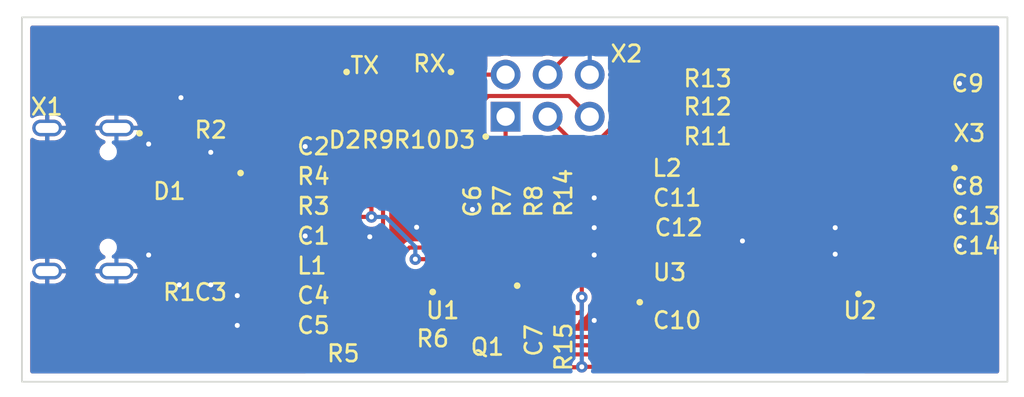
<source format=kicad_pcb>
(kicad_pcb (version 20241229) (generator "pcbnew") (generator_version "9.0")
  (title_block (title "Project name") (date "2025-05-26") (rev "1") (comment 1 "PCA number") (comment 2 "PCB number"))
  (layers (0 "F.Cu" signal) (2 "B.Cu" signal) (13 "F.Paste" user) (15 "B.Paste" user) (5 "F.SilkS" user "F.Silkscreen") (7 "B.SilkS" user "B.Silkscreen") (1 "F.Mask" user) (3 "B.Mask" user) (25 "Edge.Cuts" user))
  (net 0 "")
  (net 1 "GND")
  (net 2 "Net-(D1-CH3)")
  (net 3 "Net-(D1-CH1)")
  (net 4 "Net-(D1-VCC)")
  (net 5 "5V")
  (net 6 "3V3")
  (net 7 "Net-(C7-Pad2)")
  (net 8 "Net-(U1-~{DTR})")
  (net 9 "XTAL1")
  (net 10 "XTAL2")
  (net 11 "AVCC")
  (net 12 "AREF")
  (net 13 "Net-(D2-K)")
  (net 14 "Net-(U1-CBUS1)")
  (net 15 "Net-(D3-K)")
  (net 16 "Net-(U1-CBUS2)")
  (net 17 "RST")
  (net 18 "Net-(Q1-Pad1)")
  (net 19 "Net-(X1-CC2)")
  (net 20 "Net-(X1-CC1)")
  (net 21 "Net-(U1-D-)")
  (net 22 "Net-(U1-D+)")
  (net 23 "D0{slash}RX")
  (net 24 "Net-(U1-TXD)")
  (net 25 "Net-(U1-RXD)")
  (net 26 "D1{slash}TX")
  (net 27 "D12{slash}MISO")
  (net 28 "Net-(R11-Pad2)")
  (net 29 "Net-(R12-Pad2)")
  (net 30 "D13{slash}SCK")
  (net 31 "D11{slash}MOSI")
  (net 32 "Net-(R13-Pad2)")
  (net 33 "Net-(R14-Pad2)")
  (net 41 "A2{slash}D16")
  (net 42 "A0{slash}D14")
  (net 43 "A5{slash}SCL{slash}D19")
  (net 45 "A4{slash}SDA{slash}D18")
  (net 46 "D6")
  (net 47 "D2")
  (net 48 "A1{slash}D15")
  (net 49 "D4")
  (net 50 "D7")
  (net 51 "D9")
  (net 52 "D8")
  (net 53 "D5")
  (net 54 "D3")
  (net 55 "D10")
  (net 56 "A3{slash}D17")
  (footprint "lily_footprints:ind_0805" (layer "F.Cu") (at 125.1 104)
    (property "Reference" "L1")
    (property "Value" "600R/0R25" (hide yes))
  )
  (footprint "lily_footprints:cap_0805" (layer "F.Cu") (at 125.1 96.8)
    (property "Reference" "C2")
    (property "Value" "47p" (hide yes))
  )
  (footprint "lily_footprints:cap_0805" (layer "F.Cu") (at 146.5 99.9 180)
    (property "Reference" "C11")
    (property "Value" "1u0" (hide yes))
  )
  (footprint "lily_footprints:res_0805" (layer "F.Cu") (at 131.7 94.1 -90)
    (property "Reference" "R9")
    (property "Value" "470R" (hide yes))
  )
  (footprint "lily_footprints:crystal_3225" (layer "F.Cu") (at 164.6 96 90)
    (property "Reference" "X3")
    (property "Value" "16MHz" (hide yes))
  )
  (footprint "lily_footprints:res_0805" (layer "F.Cu") (at 140.9 102.6 -90)
    (property "Reference" "R8")
    (property "Value" "4k7" (hide yes))
  )
  (footprint "lily_footprints:cap_0805" (layer "F.Cu") (at 164.6 93)
    (property "Reference" "C9")
    (property "Value" "22p" (hide yes))
  )
  (footprint "lily_footprints:cap_0805" (layer "F.Cu") (at 164.6 101)
    (property "Reference" "C13")
    (property "Value" "100n" (hide yes))
  )
  (footprint "lily_footprints:cap_0805" (layer "F.Cu") (at 164.6 99.2)
    (property "Reference" "C8")
    (property "Value" "22p" (hide yes))
  )
  (footprint "lily_footprints:cap_0805" (layer "F.Cu") (at 146.5 107.3 180)
    (property "Reference" "C10")
    (property "Value" "100n" (hide yes))
  )
  (footprint "lily_footprints:led_0805" (layer "F.Cu") (at 129.6 94.1 -90)
    (property "Reference" "D2")
    (property "Value" "KT-0805G" (hide yes))
  )
  (footprint "lily_footprints:res_0805" (layer "F.Cu") (at 119.6 95.8 90)
    (property "Reference" "R2")
    (property "Value" "5k1" (hide yes))
  )
  (footprint "lily_footprints:cap_0805" (layer "F.Cu") (at 125.1 107.6 180)
    (property "Reference" "C5")
    (property "Value" "4u7" (hide yes))
  )
  (footprint "lily_footprints:res_0805" (layer "F.Cu") (at 139 102.6 -90)
    (property "Reference" "R7")
    (property "Value" "1k0" (hide yes))
  )
  (footprint "lily_footprints:sot23-6_sc74" (layer "F.Cu") (at 121.4 99.5 180)
    (property "Reference" "D1")
    (property "Value" "SRV05-4" (hide yes))
  )
  (footprint "lily_footprints:res_0805" (layer "F.Cu") (at 125.1 98.6 180)
    (property "Reference" "R4")
    (property "Value" "27R" (hide yes))
  )
  (footprint "lily_footprints:con_usb_c_receptacle_16p" (layer "F.Cu") (at 112.6 100 -90)
    (property "Reference" "X1")
    (property "Value" "USB C" (hide yes))
  )
  (footprint "lily_footprints:cap_0805" (layer "F.Cu") (at 146.5 101.7 180)
    (property "Reference" "C12")
    (property "Value" "1u0" (hide yes))
  )
  (footprint "lily_footprints:res_0805" (layer "F.Cu") (at 133.8 94.1 -90)
    (property "Reference" "R10")
    (property "Value" "470R" (hide yes))
  )
  (footprint "lily_footprints:res_0805" (layer "F.Cu") (at 125.1 100.4 180)
    (property "Reference" "R3")
    (property "Value" "27R" (hide yes))
  )
  (footprint "lily_footprints:cap_0805" (layer "F.Cu") (at 137.2 102.6 90)
    (property "Reference" "C6")
    (property "Value" "100n" (hide yes))
  )
  (footprint "lily_footprints:ind_0805" (layer "F.Cu") (at 146.5 98.1)
    (property "Reference" "L2")
    (property "Value" "600R/0R25" (hide yes))
  )
  (footprint "lily_footprints:res_0805" (layer "F.Cu") (at 131.2 108.4 90)
    (property "Reference" "R5")
    (property "Value" "1k0" (hide yes))
  )
  (footprint "lily_footprints:tqfp32_pitch0.8_7x7mm" (layer "F.Cu") (at 156.3 102.1 90)
    (property "Reference" "U2")
    (property "Value" "ATMEGA328P" (hide yes))
  )
  (footprint "lily_footprints:cap_0805" (layer "F.Cu") (at 164.6 102.8)
    (property "Reference" "C14")
    (property "Value" "100n" (hide yes))
  )
  (footprint "lily_footprints:res_0805" (layer "F.Cu") (at 133 108.4 90)
    (property "Reference" "R6")
    (property "Value" "1k0" (hide yes))
  )
  (footprint "lily_footprints:cap_0805" (layer "F.Cu") (at 121.4 103.2 -90)
    (property "Reference" "C3")
    (property "Value" "10n" (hide yes))
  )
  (footprint "lily_footprints:res_0805" (layer "F.Cu") (at 142.7 102.6 90)
    (property "Reference" "R14")
    (property "Value" "220R" (hide yes))
  )
  (footprint "lily_footprints:ssop20_pitch25_341x154mil" (layer "F.Cu") (at 132.4 102 90)
    (property "Reference" "U1")
    (property "Value" "FT231" (hide yes))
  )
  (footprint "lily_footprints:cap_0805" (layer "F.Cu") (at 125.1 102.2)
    (property "Reference" "C1")
    (property "Value" "47p" (hide yes))
  )
  (footprint "lily_footprints:res_0805" (layer "F.Cu") (at 148.4 92.7 180)
    (property "Reference" "R13")
    (property "Value" "220R" (hide yes))
  )
  (footprint "lily_footprints:cap_0805" (layer "F.Cu") (at 140.9 105.9 90)
    (property "Reference" "C7")
    (property "Value" "100n" (hide yes))
  )
  (footprint "lily_footprints:res_0805" (layer "F.Cu") (at 148.4 94.5 180)
    (property "Reference" "R12")
    (property "Value" "220R" (hide yes))
  )
  (footprint "lily_footprints:sot23" (layer "F.Cu") (at 138.1 106.3 -90)
    (property "Reference" "Q1")
    (property "Value" "MMBT2222A" (hide yes))
  )
  (footprint "lily_footprints:res_0805" (layer "F.Cu") (at 148.4 96.3 180)
    (property "Reference" "R11")
    (property "Value" "220R" (hide yes))
  )
  (footprint "lily_footprints:cap_0805" (layer "F.Cu") (at 125.1 105.8 180)
    (property "Reference" "C4")
    (property "Value" "100n" (hide yes))
  )
  (footprint "lily_footprints:res_0805" (layer "F.Cu") (at 142.7 105.9 90)
    (property "Reference" "R15")
    (property "Value" "4k7" (hide yes))
  )
  (footprint "lily_footprints:con_header_2x03_2.54mm_th" (layer "F.Cu") (at 139.2 95)
    (property "Reference" "X2")
    (property "Value" "Programming" (hide yes))
  )
  (footprint "lily_footprints:led_0805" (layer "F.Cu") (at 135.9 94.1 -90)
    (property "Reference" "D3")
    (property "Value" "KT-0805G" (hide yes))
  )
  (footprint "lily_footprints:sot23" (layer "F.Cu") (at 146.2 104.4 180)
    (property "Reference" "U3")
    (property "Value" "RS3112-4.096X" (hide yes))
  )
  (footprint "lily_footprints:res_0805" (layer "F.Cu") (at 119.5 103.2 -90)
    (property "Reference" "R1")
    (property "Value" "5k1" (hide yes))
  )
  (gr_rect (start 110 89) (end 169.5 111) (stroke (width 0.1)) (fill no) (layer "Edge.Cuts"))
  (gr_text "TX" (at 130.7 91.9 0) (layer "F.SilkS") (effects (font (size 1 1) (thickness 0.16))))
  (gr_text "RX" (at 134.6 91.8 0) (layer "F.SilkS") (effects (font (size 1 1) (thickness 0.16))))
  (segment (start 145.55 99.9) (end 144.55 99.9) (width 0.25) (layer "F.Cu") (net 1))
  (segment (start 125.95 102.2) (end 127.1 102.2) (width 0.25) (layer "F.Cu") (net 1))
  (segment (start 137.2 101.65) (end 137.2 100.6) (width 0.25) (layer "F.Cu") (net 1))
  (segment (start 121.4 98.25) (end 121.4 97.15) (width 0.25) (layer "F.Cu") (net 1))
  (segment (start 116.4 103.35) (end 117.65 103.35) (width 0.25) (layer "F.Cu") (net 1))
  (segment (start 116.4 96.95) (end 116.4 96.65) (width 0.25) (layer "F.Cu") (net 1))
  (segment (start 133.837096 101.6825) (end 133.827298 101.672702) (width 0.25) (layer "F.Cu") (net 1))
  (segment (start 145.55 101.7) (end 144.55 101.7) (width 0.25) (layer "F.Cu") (net 1))
  (segment (start 159.1 103.3) (end 160.5 103.3) (width 0.25) (layer "F.Cu") (net 1))
  (segment (start 127.1 96.8) (end 125.95 96.8) (width 0.25) (layer "F.Cu") (net 1))
  (segment (start 129.7243 102.25) (end 131 102.25) (width 0.25) (layer "F.Cu") (net 1))
  (segment (start 160.5 101.7) (end 159.1 101.7) (width 0.25) (layer "F.Cu") (net 1))
  (segment (start 166.6 102.8) (end 165.55 102.8) (width 0.25) (layer "F.Cu") (net 1))
  (segment (start 121.4 105.15) (end 121.4 104.15) (width 0.25) (layer "F.Cu") (net 1))
  (segment (start 123 105.8) (end 124.15 105.8) (width 0.25) (layer "F.Cu") (net 1))
  (segment (start 144.95 103.75) (end 144.55 103.35) (width 0.25) (layer "F.Cu") (net 1))
  (segment (start 119.5 104.15) (end 119.5 105.15) (width 0.25) (layer "F.Cu") (net 1))
  (segment (start 165.55 93) (end 166.6 93) (width 0.25) (layer "F.Cu") (net 1))
  (segment (start 165.55 99.2) (end 166.6 99.2) (width 0.25) (layer "F.Cu") (net 1))
  (segment (start 119.6 94.85) (end 119.6 93.85) (width 0.25) (layer "F.Cu") (net 1))
  (segment (start 145.55 107.3) (end 144.55 107.3) (width 0.25) (layer "F.Cu") (net 1))
  (segment (start 124.15 107.6) (end 123 107.6) (width 0.25) (layer "F.Cu") (net 1))
  (segment (start 165.55 101) (end 166.6 101) (width 0.25) (layer "F.Cu") (net 1))
  (segment (start 116.4 96.65) (end 117.65 96.65) (width 0.25) (layer "F.Cu") (net 1))
  (segment (start 116.4 103.05) (end 116.4 103.35) (width 0.25) (layer "F.Cu") (net 1))
  (segment (start 152.1 102.5) (end 153.5 102.5) (width 0.25) (layer "F.Cu") (net 1))
  (segment (start 135.1432 101.6825) (end 133.837096 101.6825) (width 0.25) (layer "F.Cu") (net 1))
  (segment (start 144.95 104.4) (end 144.95 103.75) (width 0.25) (layer "F.Cu") (net 1))
  (via (at 159.1 101.7) (size 0.7) (drill 0.3) (layers "F.Cu" "B.Cu") (net 1))
  (via (at 121.4 97.15) (size 0.7) (drill 0.3) (layers "F.Cu" "B.Cu") (net 1))
  (via (at 133.827298 101.672702) (size 0.7) (drill 0.3) (layers "F.Cu" "B.Cu") (net 1))
  (via (at 144.55 103.35) (size 0.7) (drill 0.3) (layers "F.Cu" "B.Cu") (net 1))
  (via (at 153.5 102.5) (size 0.7) (drill 0.3) (layers "F.Cu" "B.Cu") (net 1))
  (via (at 127.1 96.8) (size 0.7) (drill 0.3) (layers "F.Cu" "B.Cu") (net 1))
  (via (at 119.6 93.85) (size 0.7) (drill 0.3) (layers "F.Cu" "B.Cu") (net 1))
  (via (at 144.55 101.7) (size 0.7) (drill 0.3) (layers "F.Cu" "B.Cu") (net 1))
  (via (at 159.1 103.3) (size 0.7) (drill 0.3) (layers "F.Cu" "B.Cu") (net 1))
  (via (at 166.6 93) (size 0.7) (drill 0.3) (layers "F.Cu" "B.Cu") (net 1))
  (via (at 123 105.8) (size 0.7) (drill 0.3) (layers "F.Cu" "B.Cu") (net 1))
  (via (at 144.55 107.3) (size 0.7) (drill 0.3) (layers "F.Cu" "B.Cu") (net 1))
  (via (at 121.4 105.15) (size 0.7) (drill 0.3) (layers "F.Cu" "B.Cu") (net 1))
  (via (at 144.55 99.9) (size 0.7) (drill 0.3) (layers "F.Cu" "B.Cu") (net 1))
  (via (at 131 102.25) (size 0.7) (drill 0.3) (layers "F.Cu" "B.Cu") (net 1))
  (via (at 119.5 105.15) (size 0.7) (drill 0.3) (layers "F.Cu" "B.Cu") (net 1))
  (via (at 117.65 103.35) (size 0.7) (drill 0.3) (layers "F.Cu" "B.Cu") (net 1))
  (via (at 137.2 100.6) (size 0.7) (drill 0.3) (layers "F.Cu" "B.Cu") (net 1))
  (via (at 123 107.6) (size 0.7) (drill 0.3) (layers "F.Cu" "B.Cu") (net 1))
  (via (at 166.6 99.2) (size 0.7) (drill 0.3) (layers "F.Cu" "B.Cu") (net 1))
  (via (at 166.6 102.8) (size 0.7) (drill 0.3) (layers "F.Cu" "B.Cu") (net 1))
  (via (at 117.65 96.65) (size 0.7) (drill 0.3) (layers "F.Cu" "B.Cu") (net 1))
  (via (at 127.1 102.2) (size 0.7) (drill 0.3) (layers "F.Cu" "B.Cu") (net 1))
  (via (at 166.6 101) (size 0.7) (drill 0.3) (layers "F.Cu" "B.Cu") (net 1))
  (segment (start 127.1 96.8) (end 122.25 96.8) (width 0.25) (layer "B.Cu") (net 1))
  (segment (start 153.5 102.5) (end 144.55 102.5) (width 0.25) (layer "B.Cu") (net 1))
  (segment (start 117.63 104.32) (end 115.705 104.32) (width 0.25) (layer "B.Cu") (net 1))
  (segment (start 133.827298 101.672702) (end 132.354596 100.2) (width 0.25) (layer "B.Cu") (net 1))
  (segment (start 127.1 102.2) (end 127.1 100.2) (width 0.25) (layer "B.Cu") (net 1))
  (segment (start 137.2 90.95) (end 144.25 90.95) (width 0.25) (layer "B.Cu") (net 1))
  (segment (start 166.6 99.2) (end 166.6 101) (width 0.25) (layer "B.Cu") (net 1))
  (segment (start 159.1 102.5) (end 159.1 103.3) (width 0.25) (layer "B.Cu") (net 1))
  (segment (start 159.1 103.3) (end 166.1 103.3) (width 0.25) (layer "B.Cu") (net 1))
  (segment (start 122.25 96.8) (end 122.25 97.15) (width 0.25) (layer "B.Cu") (net 1))
  (segment (start 122.25 97.15) (end 121.4 97.15) (width 0.25) (layer "B.Cu") (net 1))
  (segment (start 117.65 103.35) (end 117.65 104.3) (width 0.25) (layer "B.Cu") (net 1))
  (segment (start 137.2 100.6) (end 137.2 99.9) (width 0.25) (layer "B.Cu") (net 1))
  (segment (start 111.525 95.68) (end 115.705 95.68) (width 0.25) (layer "B.Cu") (net 1))
  (segment (start 131 102.25) (end 127.15 102.25) (width 0.25) (layer "B.Cu") (net 1))
  (segment (start 121.4 97.15) (end 121.4 96.15) (width 0.25) (layer "B.Cu") (net 1))
  (segment (start 117.65 104.3) (end 117.63 104.32) (width 0.25) (layer "B.Cu") (net 1))
  (segment (start 159.1 101.7) (end 159.1 102.4) (width 0.25) (layer "B.Cu") (net 1))
  (segment (start 144.55 103.35) (end 144.55 102.5) (width 0.25) (layer "B.Cu") (net 1))
  (segment (start 117.65 95.7) (end 119.6 95.7) (width 0.25) (layer "B.Cu") (net 1))
  (segment (start 122.05 105.8) (end 123 105.8) (width 0.25) (layer "B.Cu") (net 1))
  (segment (start 117.63 104.93) (end 117.63 104.32) (width 0.25) (layer "B.Cu") (net 1))
  (segment (start 166.6 93) (end 166.6 99.2) (width 0.25) (layer "B.Cu") (net 1))
  (segment (start 117.65 96.65) (end 117.65 95.7) (width 0.25) (layer "B.Cu") (net 1))
  (segment (start 144.55 99.9) (end 144.55 101.7) (width 0.25) (layer "B.Cu") (net 1))
  (segment (start 137.2 99.9) (end 137.2 90.95) (width 0.25) (layer "B.Cu") (net 1))
  (segment (start 119.6 95.7) (end 119.6 96.15) (width 0.25) (layer "B.Cu") (net 1))
  (segment (start 117.63 95.68) (end 115.705 95.68) (width 0.25) (layer "B.Cu") (net 1))
  (segment (start 132.354596 100.2) (end 127.1 100.2) (width 0.25) (layer "B.Cu") (net 1))
  (segment (start 111.525 104.32) (end 111.525 95.68) (width 0.25) (layer "B.Cu") (net 1))
  (segment (start 166.6 101) (end 166.6 102.8) (width 0.25) (layer "B.Cu") (net 1))
  (segment (start 144.28 90.98) (end 144.28 92.46) (width 0.25) (layer "B.Cu") (net 1))
  (segment (start 144.55 99.9) (end 137.2 99.9) (width 0.25) (layer "B.Cu") (net 1))
  (segment (start 121.4 105.15) (end 122.05 105.8) (width 0.25) (layer "B.Cu") (net 1))
  (segment (start 127.15 102.25) (end 127.1 102.2) (width 0.25) (layer "B.Cu") (net 1))
  (segment (start 123 107.6) (end 123 105.8) (width 0.25) (layer "B.Cu") (net 1))
  (segment (start 166.1 103.3) (end 166.6 102.8) (width 0.25) (layer "B.Cu") (net 1))
  (segment (start 144.55 107.3) (end 144.55 103.35) (width 0.25) (layer "B.Cu") (net 1))
  (segment (start 121.4 96.15) (end 119.6 96.15) (width 0.25) (layer "B.Cu") (net 1))
  (segment (start 111.525 104.32) (end 115.705 104.32) (width 0.25) (layer "B.Cu") (net 1))
  (segment (start 159.1 102.4) (end 159.1 102.5) (width 0.25) (layer "B.Cu") (net 1))
  (segment (start 119.5 105.15) (end 121.4 105.15) (width 0.25) (layer "B.Cu") (net 1))
  (segment (start 117.85 105.15) (end 117.63 104.93) (width 0.25) (layer "B.Cu") (net 1))
  (segment (start 119.6 93.85) (end 119.6 95.7) (width 0.25) (layer "B.Cu") (net 1))
  (segment (start 119.5 105.15) (end 117.85 105.15) (width 0.25) (layer "B.Cu") (net 1))
  (segment (start 137.2 100.6) (end 134.9 100.6) (width 0.25) (layer "B.Cu") (net 1))
  (segment (start 144.25 90.95) (end 144.28 90.98) (width 0.25) (layer "B.Cu") (net 1))
  (segment (start 153.5 102.5) (end 159.1 102.5) (width 0.25) (layer "B.Cu") (net 1))
  (segment (start 117.65 95.7) (end 117.63 95.68) (width 0.25) (layer "B.Cu") (net 1))
  (segment (start 127.1 100.2) (end 127.1 96.8) (width 0.25) (layer "B.Cu") (net 1))
  (segment (start 144.55 102.5) (end 144.55 101.7) (width 0.25) (layer "B.Cu") (net 1))
  (segment (start 134.9 100.6) (end 133.827298 101.672702) (width 0.25) (layer "B.Cu") (net 1))
  (segment (start 120.45 100.75) (end 120.45 99.75) (width 0.25) (layer "F.Cu") (net 2))
  (segment (start 122.35 100.75) (end 122.35 100) (width 0.25) (layer "F.Cu") (net 2))
  (segment (start 124.15 100.4) (end 124.15 102.2) (width 0.25) (layer "F.Cu") (net 2))
  (segment (start 122.1 99.75) (end 120.45 99.75) (width 0.25) (layer "F.Cu") (net 2))
  (segment (start 116.4 100.75) (end 117.347 100.75) (width 0.25) (layer "F.Cu") (net 2))
  (segment (start 122.35 100) (end 122.1 99.75) (width 0.25) (layer "F.Cu") (net 2))
  (segment (start 120.45 99.75) (end 117.5 99.75) (width 0.25) (layer "F.Cu") (net 2))
  (segment (start 117.347 100.75) (end 117.5 100.597) (width 0.25) (layer "F.Cu") (net 2))
  (segment (start 122.35 100.75) (end 123.8 100.75) (width 0.25) (layer "F.Cu") (net 2))
  (segment (start 117.5 100.597) (end 117.5 99.75) (width 0.25) (layer "F.Cu") (net 2))
  (segment (start 117.5 99.75) (end 116.4 99.75) (width 0.25) (layer "F.Cu") (net 2))
  (segment (start 123.8 100.75) (end 124.15 100.4) (width 0.25) (layer "F.Cu") (net 2))
  (segment (start 123.8 98.25) (end 124.15 98.6) (width 0.25) (layer "F.Cu") (net 3))
  (segment (start 124.15 98.6) (end 124.15 96.8) (width 0.25) (layer "F.Cu") (net 3))
  (segment (start 122.1 99.25) (end 122.35 99) (width 0.25) (layer "F.Cu") (net 3))
  (segment (start 120.45 99.25) (end 116.4 99.25) (width 0.25) (layer "F.Cu") (net 3))
  (segment (start 122.35 98.25) (end 123.8 98.25) (width 0.25) (layer "F.Cu") (net 3))
  (segment (start 115.453 100.25) (end 115.3 100.097) (width 0.25) (layer "F.Cu") (net 3))
  (segment (start 115.3 99.4) (end 115.45 99.25) (width 0.25) (layer "F.Cu") (net 3))
  (segment (start 115.45 99.25) (end 116.4 99.25) (width 0.25) (layer "F.Cu") (net 3))
  (segment (start 115.3 100.097) (end 115.3 99.4) (width 0.25) (layer "F.Cu") (net 3))
  (segment (start 116.4 100.25) (end 115.453 100.25) (width 0.25) (layer "F.Cu") (net 3))
  (segment (start 120.45 99.25) (end 122.1 99.25) (width 0.25) (layer "F.Cu") (net 3))
  (segment (start 120.45 98.25) (end 120.45 99.25) (width 0.25) (layer "F.Cu") (net 3))
  (segment (start 122.35 98.25) (end 122.35 99) (width 0.25) (layer "F.Cu") (net 3))
  (segment (start 116.4 102.55) (end 118.048 102.55) (width 0.25) (layer "F.Cu") (net 4))
  (segment (start 114.7 101.35) (end 114.7 98.503) (width 0.25) (layer "F.Cu") (net 4))
  (segment (start 119 103.2) (end 121.4 103.2) (width 0.25) (layer "F.Cu") (net 4))
  (segment (start 116.4 102.25) (end 115.6 102.25) (width 0.25) (layer "F.Cu") (net 4))
  (segment (start 115.453 97.75) (end 116.4 97.75) (width 0.25) (layer "F.Cu") (net 4))
  (segment (start 121.4 103.2) (end 122.35 103.2) (width 0.25) (layer "F.Cu") (net 4))
  (segment (start 121.4 100.75) (end 121.4 102.25) (width 0.25) (layer "F.Cu") (net 4))
  (segment (start 115.6 102.25) (end 114.7 101.35) (width 0.25) (layer "F.Cu") (net 4))
  (segment (start 118.048 102.55) (end 118.698 103.2) (width 0.25) (layer "F.Cu") (net 4))
  (segment (start 123.15 104) (end 124.15 104) (width 0.25) (layer "F.Cu") (net 4))
  (segment (start 121.4 102.25) (end 121.4 103.2) (width 0.25) (layer "F.Cu") (net 4))
  (segment (start 114.7 98.503) (end 115.453 97.75) (width 0.25) (layer "F.Cu") (net 4))
  (segment (start 118.698 103.2) (end 119 103.2) (width 0.25) (layer "F.Cu") (net 4))
  (segment (start 118.8 103.2) (end 119 103.2) (width 0.25) (layer "F.Cu") (net 4))
  (segment (start 116.4 102.25) (end 116.4 102.55) (width 0.25) (layer "F.Cu") (net 4))
  (segment (start 122.35 103.2) (end 123.15 104) (width 0.25) (layer "F.Cu") (net 4))
  (segment (start 126.05 108.65) (end 126.05 107.6) (width 0.25) (layer "F.Cu") (net 5))
  (segment (start 144.7 98.1) (end 145.55 98.1) (width 0.25) (layer "F.Cu") (net 5))
  (segment (start 129.6568 101.6825) (end 128.3175 101.6825) (width 0.25) (layer "F.Cu") (net 5))
  (segment (start 160.5 102.5) (end 163.35 102.5) (width 0.25) (layer "F.Cu") (net 5))
  (segment (start 163.65 102.8) (end 163.65 106.95) (width 0.25) (layer "F.Cu") (net 5))
  (segment (start 128.3175 101.6825) (end 127.9 102.1) (width 0.25) (layer "F.Cu") (net 5))
  (segment (start 160.5 100.9) (end 163.55 100.9) (width 0.25) (layer "F.Cu") (net 5))
  (segment (start 137.2 96.5) (end 137.2 93.2) (width 0.25) (layer "F.Cu") (net 5))
  (segment (start 143.65 106.85) (end 143.8 106.7) (width 0.25) (layer "F.Cu") (net 5))
  (segment (start 140.9 102.4) (end 141.1 102.6) (width 0.25) (layer "F.Cu") (net 5))
  (segment (start 137.2 93.2) (end 137.94 92.46) (width 0.25) (layer "F.Cu") (net 5))
  (segment (start 143.774 110.126) (end 127.526 110.126) (width 0.25) (layer "F.Cu") (net 5))
  (segment (start 126.05 105.8) (end 126.05 107.8) (width 0.25) (layer "F.Cu") (net 5))
  (segment (start 140.9 101.65) (end 140.9 102.4) (width 0.25) (layer "F.Cu") (net 5))
  (segment (start 143.8 110.1) (end 143.774 110.126) (width 0.25) (layer "F.Cu") (net 5))
  (segment (start 126.05 104) (end 127.5 104) (width 0.25) (layer "F.Cu") (net 5))
  (segment (start 160.5 110.1) (end 143.8 110.1) (width 0.25) (layer "F.Cu") (net 5))
  (segment (start 142.7 106.85) (end 143.65 106.85) (width 0.25) (layer "F.Cu") (net 5))
  (segment (start 127.526 110.126) (end 126.05 108.65) (width 0.25) (layer "F.Cu") (net 5))
  (segment (start 126.05 105.8) (end 126.05 104) (width 0.25) (layer "F.Cu") (net 5))
  (segment (start 163.55 100.9) (end 163.65 101) (width 0.25) (layer "F.Cu") (net 5))
  (segment (start 143.8 102.6) (end 141.1 102.6) (width 0.25) (layer "F.Cu") (net 5))
  (segment (start 163.65 106.95) (end 162.2 108.4) (width 0.25) (layer "F.Cu") (net 5))
  (segment (start 140.9 101.65) (end 140.9 98.5) (width 0.25) (layer "F.Cu") (net 5))
  (segment (start 127.5 104) (end 127.9 103.6) (width 0.25) (layer "F.Cu") (net 5))
  (segment (start 127.9 103.6) (end 127.9 102.1) (width 0.25) (layer "F.Cu") (net 5))
  (segment (start 143.8 105.9) (end 143.8 102.6) (width 0.25) (layer "F.Cu") (net 5))
  (segment (start 163.65 101) (end 163.65 102.8) (width 0.25) (layer "F.Cu") (net 5))
  (segment (start 143.8 106.7) (end 143.8 105.9) (width 0.25) (layer "F.Cu") (net 5))
  (segment (start 140.9 98.5) (end 140.3 97.9) (width 0.25) (layer "F.Cu") (net 5))
  (segment (start 137.94 92.46) (end 139.2 92.46) (width 0.25) (layer "F.Cu") (net 5))
  (segment (start 143.8 99) (end 144.7 98.1) (width 0.25) (layer "F.Cu") (net 5))
  (segment (start 162.2 108.4) (end 160.5 110.1) (width 0.25) (layer "F.Cu") (net 5))
  (segment (start 163.35 102.5) (end 163.65 102.8) (width 0.25) (layer "F.Cu") (net 5))
  (segment (start 140.3 97.9) (end 138.6 97.9) (width 0.25) (layer "F.Cu") (net 5))
  (segment (start 138.6 97.9) (end 137.2 96.5) (width 0.25) (layer "F.Cu") (net 5))
  (segment (start 143.8 102.6) (end 143.8 99) (width 0.25) (layer "F.Cu") (net 5))
  (via (at 143.8 110.1) (size 0.7) (drill 0.3) (layers "F.Cu" "B.Cu") (net 5))
  (via (at 143.8 105.9) (size 0.7) (drill 0.3) (layers "F.Cu" "B.Cu") (net 5))
  (segment (start 143.8 110.1) (end 143.8 105.9) (width 0.25) (layer "B.Cu") (net 5))
  (segment (start 129.6 97.2) (end 131.1 98.7) (width 0.25) (layer "F.Cu") (net 6))
  (segment (start 137.2 103.55) (end 137.2 102.85) (width 0.25) (layer "F.Cu") (net 6))
  (segment (start 129.6 94.3) (end 129.8 94.1) (width 0.25) (layer "F.Cu") (net 6))
  (segment (start 139 102.35) (end 139 101.65) (width 0.25) (layer "F.Cu") (net 6))
  (segment (start 129.6693 100.4) (end 131.1 100.4) (width 0.25) (layer "F.Cu") (net 6))
  (segment (start 133.75 103.6) (end 135.1307 103.6) (width 0.25) (layer "F.Cu") (net 6))
  (segment (start 135.1432 103.5875) (end 137.1625 103.5875) (width 0.25) (layer "F.Cu") (net 6))
  (segment (start 135.9 94.3) (end 135.7 94.1) (width 0.25) (layer "F.Cu") (net 6))
  (segment (start 131.0975 101.0475) (end 131.1 101.05) (width 0.25) (layer "F.Cu") (net 6))
  (segment (start 131.1 100.4) (end 131.1 101.05) (width 0.25) (layer "F.Cu") (net 6))
  (segment (start 131.1 98.7) (end 131.1 100.4) (width 0.25) (layer "F.Cu") (net 6))
  (segment (start 137.2 102.85) (end 137.45 102.6) (width 0.25) (layer "F.Cu") (net 6))
  (segment (start 129.6 95.05) (end 129.6 97.2) (width 0.25) (layer "F.Cu") (net 6))
  (segment (start 138.75 102.6) (end 139 102.35) (width 0.25) (layer "F.Cu") (net 6))
  (segment (start 129.6 95.05) (end 129.6 94.3) (width 0.25) (layer "F.Cu") (net 6))
  (segment (start 135.9 95.05) (end 135.9 94.3) (width 0.25) (layer "F.Cu") (net 6))
  (segment (start 129.6568 101.0475) (end 131.0975 101.0475) (width 0.25) (layer "F.Cu") (net 6))
  (segment (start 129.8 94.1) (end 135.7 94.1) (width 0.25) (layer "F.Cu") (net 6))
  (segment (start 137.45 102.6) (end 138.75 102.6) (width 0.25) (layer "F.Cu") (net 6))
  (via (at 133.75 103.6) (size 0.7) (drill 0.3) (layers "F.Cu" "B.Cu") (net 6))
  (via (at 131.1 101.05) (size 0.7) (drill 0.3) (layers "F.Cu" "B.Cu") (net 6))
  (segment (start 133.75 102.85) (end 133.75 103.6) (width 0.25) (layer "B.Cu") (net 6))
  (segment (start 131.1 101.05) (end 131.95 101.05) (width 0.25) (layer "B.Cu") (net 6))
  (segment (start 131.95 101.05) (end 133.75 102.85) (width 0.25) (layer "B.Cu") (net 6))
  (segment (start 139.9 105.9) (end 140.4 105.9) (width 0.25) (layer "F.Cu") (net 7))
  (segment (start 138.5 106.3) (end 139.5 106.3) (width 0.25) (layer "F.Cu") (net 7))
  (segment (start 138.1 107.55) (end 138.1 106.7) (width 0.25) (layer "F.Cu") (net 7))
  (segment (start 140.9 104.95) (end 140.9 103.55) (width 0.25) (layer "F.Cu") (net 7))
  (segment (start 140.6 105.7) (end 140.6 105.25) (width 0.25) (layer "F.Cu") (net 7))
  (segment (start 140.6 105.25) (end 140.9 104.95) (width 0.25) (layer "F.Cu") (net 7))
  (segment (start 138.1 106.7) (end 138.5 106.3) (width 0.25) (layer "F.Cu") (net 7))
  (segment (start 140.4 105.9) (end 140.6 105.7) (width 0.25) (layer "F.Cu") (net 7))
  (segment (start 140.9 104.95) (end 140.65 104.95) (width 0.25) (layer "F.Cu") (net 7))
  (segment (start 139.5 106.3) (end 139.9 105.9) (width 0.25) (layer "F.Cu") (net 7))
  (segment (start 135.1432 104.8575) (end 136.9575 104.8575) (width 0.25) (layer "F.Cu") (net 8))
  (segment (start 136.9575 104.8575) (end 137.15 105.05) (width 0.25) (layer "F.Cu") (net 8))
  (segment (start 162.9 99.2) (end 163.65 99.2) (width 0.25) (layer "F.Cu") (net 9))
  (segment (start 164.65 98.4) (end 164.65 98.9) (width 0.25) (layer "F.Cu") (net 9))
  (segment (start 165 97.5) (end 165 98.05) (width 0.25) (layer "F.Cu") (net 9))
  (segment (start 164.35 99.2) (end 164.65 98.9) (width 0.25) (layer "F.Cu") (net 9))
  (segment (start 163.65 99.2) (end 164.35 99.2) (width 0.25) (layer "F.Cu") (net 9))
  (segment (start 160.5 100.1) (end 162 100.1) (width 0.25) (layer "F.Cu") (net 9))
  (segment (start 165 98.05) (end 164.65 98.4) (width 0.25) (layer "F.Cu") (net 9))
  (segment (start 162 100.1) (end 162.9 99.2) (width 0.25) (layer "F.Cu") (net 9))
  (segment (start 160.5 99.3) (end 162.1 99.3) (width 0.25) (layer "F.Cu") (net 10))
  (segment (start 162.9 94.9) (end 163.8 94.9) (width 0.25) (layer "F.Cu") (net 10))
  (segment (start 163.65 93) (end 163.65 94.75) (width 0.25) (layer "F.Cu") (net 10))
  (segment (start 162.6 95.2) (end 162.9 94.9) (width 0.25) (layer "F.Cu") (net 10))
  (segment (start 162.1 99.3) (end 162.6 98.8) (width 0.25) (layer "F.Cu") (net 10))
  (segment (start 162.6 98.8) (end 162.6 95.2) (width 0.25) (layer "F.Cu") (net 10))
  (segment (start 146.45 100.2) (end 146.45 105.1) (width 0.25) (layer "F.Cu") (net 11))
  (segment (start 147.65 100.1) (end 147.45 99.9) (width 0.25) (layer "F.Cu") (net 11))
  (segment (start 152.1 100.1) (end 147.55 100.1) (width 0.25) (layer "F.Cu") (net 11))
  (segment (start 146.75 99.9) (end 146.45 100.2) (width 0.25) (layer "F.Cu") (net 11))
  (segment (start 146.45 105.1) (end 146.7 105.35) (width 0.25) (layer "F.Cu") (net 11))
  (segment (start 147.45 107.3) (end 147.45 105.35) (width 0.25) (layer "F.Cu") (net 11))
  (segment (start 147.45 99.9) (end 146.75 99.9) (width 0.25) (layer "F.Cu") (net 11))
  (segment (start 146.7 105.35) (end 147.45 105.35) (width 0.25) (layer "F.Cu") (net 11))
  (segment (start 147.45 98.1) (end 147.45 99.9) (width 0.25) (layer "F.Cu") (net 11))
  (segment (start 152.1 101.7) (end 147.35 101.7) (width 0.25) (layer "F.Cu") (net 12))
  (segment (start 147.45 101.7) (end 147.45 103.45) (width 0.25) (layer "F.Cu") (net 12))
  (segment (start 131.7 93.15) (end 129.6 93.15) (width 0.25) (layer "F.Cu") (net 13))
  (segment (start 131.3 102.95) (end 131.2975 102.9525) (width 0.25) (layer "F.Cu") (net 14))
  (segment (start 131.8 102.8) (end 131.65 102.95) (width 0.25) (layer "F.Cu") (net 14))
  (segment (start 131.8 95.15) (end 131.8 102.8) (width 0.25) (layer "F.Cu") (net 14))
  (segment (start 131.2975 102.9525) (end 129.6568 102.9525) (width 0.25) (layer "F.Cu") (net 14))
  (segment (start 131.65 102.95) (end 131.3 102.95) (width 0.25) (layer "F.Cu") (net 14))
  (segment (start 133.8 93.15) (end 135.9 93.15) (width 0.25) (layer "F.Cu") (net 15))
  (segment (start 134.2425 99.1425) (end 133.8 98.7) (width 0.25) (layer "F.Cu") (net 16))
  (segment (start 135.1432 99.1425) (end 134.2425 99.1425) (width 0.25) (layer "F.Cu") (net 16))
  (segment (start 133.8 98.7) (end 133.8 95.05) (width 0.25) (layer "F.Cu") (net 16))
  (segment (start 141.05 106.85) (end 141.2 106.7) (width 0.25) (layer "F.Cu") (net 17))
  (segment (start 142.7 105.7) (end 142.7 104.95) (width 0.25) (layer "F.Cu") (net 17))
  (segment (start 142.7 104.95) (end 142.7 103.55) (width 0.25) (layer "F.Cu") (net 17))
  (segment (start 141.5 108.3) (end 140.9 107.7) (width 0.25) (layer "F.Cu") (net 17))
  (segment (start 155.8 108.3) (end 141.5 108.3) (width 0.25) (layer "F.Cu") (net 17))
  (segment (start 140.9 106.85) (end 141.05 106.85) (width 0.25) (layer "F.Cu") (net 17))
  (segment (start 141.4 105.9) (end 142.5 105.9) (width 0.25) (layer "F.Cu") (net 17))
  (segment (start 141.2 106.1) (end 141.4 105.9) (width 0.25) (layer "F.Cu") (net 17))
  (segment (start 156.7 107.4) (end 155.8 108.3) (width 0.25) (layer "F.Cu") (net 17))
  (segment (start 140.9 106.85) (end 141.2 106.55) (width 0.25) (layer "F.Cu") (net 17))
  (segment (start 156.7 106.3) (end 156.7 107.4) (width 0.25) (layer "F.Cu") (net 17))
  (segment (start 140.9 107.7) (end 140.9 106.85) (width 0.25) (layer "F.Cu") (net 17))
  (segment (start 142.5 105.9) (end 142.7 105.7) (width 0.25) (layer "F.Cu") (net 17))
  (segment (start 141.2 106.55) (end 141.2 106.1) (width 0.25) (layer "F.Cu") (net 17))
  (segment (start 139.05 105.05) (end 139.05 103.6) (width 0.25) (layer "F.Cu") (net 18))
  (segment (start 139.05 103.6) (end 139 103.55) (width 0.25) (layer "F.Cu") (net 18))
  (segment (start 119.5 102.25) (end 118.6 102.25) (width 0.25) (layer "F.Cu") (net 19))
  (segment (start 118.1 101.75) (end 116.4 101.75) (width 0.25) (layer "F.Cu") (net 19))
  (segment (start 118.6 102.25) (end 118.1 101.75) (width 0.25) (layer "F.Cu") (net 19))
  (segment (start 116.4 98.75) (end 119.2 98.75) (width 0.25) (layer "F.Cu") (net 20))
  (segment (start 119.2 98.75) (end 119.6 98.35) (width 0.25) (layer "F.Cu") (net 20))
  (segment (start 119.6 98.35) (end 119.6 96.75) (width 0.25) (layer "F.Cu") (net 20))
  (segment (start 127.95 100.4) (end 126.05 100.4) (width 0.25) (layer "F.Cu") (net 21))
  (segment (start 128.5725 99.7775) (end 127.95 100.4) (width 0.25) (layer "F.Cu") (net 21))
  (segment (start 129.6568 99.7775) (end 128.5725 99.7775) (width 0.25) (layer "F.Cu") (net 21))
  (segment (start 129.6568 99.1425) (end 128.5925 99.1425) (width 0.25) (layer "F.Cu") (net 22))
  (segment (start 128.05 98.6) (end 126.05 98.6) (width 0.25) (layer "F.Cu") (net 22))
  (segment (start 128.5925 99.1425) (end 128.05 98.6) (width 0.25) (layer "F.Cu") (net 22))
  (segment (start 131.2 108.6) (end 131.4 108.4) (width 0.25) (layer "F.Cu") (net 23))
  (segment (start 157.5 107.4) (end 156.1 108.8) (width 0.25) (layer "F.Cu") (net 23))
  (segment (start 156.1 108.8) (end 136.5 108.8) (width 0.25) (layer "F.Cu") (net 23))
  (segment (start 157.5 106.3) (end 157.5 107.4) (width 0.25) (layer "F.Cu") (net 23))
  (segment (start 131.2 109.35) (end 131.2 108.6) (width 0.25) (layer "F.Cu") (net 23))
  (segment (start 136.1 108.4) (end 131.4 108.4) (width 0.25) (layer "F.Cu") (net 23))
  (segment (start 136.5 108.8) (end 136.1 108.4) (width 0.25) (layer "F.Cu") (net 23))
  (segment (start 131.2 107.45) (end 131.2 105.3575) (width 0.25) (layer "F.Cu") (net 24))
  (segment (start 129.6568 104.8575) (end 130.7 104.8575) (width 0.25) (layer "F.Cu") (net 24))
  (segment (start 131.2 105.3575) (end 130.7 104.8575) (width 0.25) (layer "F.Cu") (net 24))
  (segment (start 133 107.45) (end 133 103.3) (width 0.25) (layer "F.Cu") (net 25))
  (segment (start 133 103.3) (end 133.4 102.9) (width 0.25) (layer "F.Cu") (net 25))
  (segment (start 133.4 102.9) (end 135.0907 102.9) (width 0.25) (layer "F.Cu") (net 25))
  (segment (start 158.3 106.3) (end 158.3 107.5) (width 0.25) (layer "F.Cu") (net 26))
  (segment (start 158.3 107.5) (end 156.45 109.35) (width 0.25) (layer "F.Cu") (net 26))
  (segment (start 156.45 109.35) (end 133 109.35) (width 0.25) (layer "F.Cu") (net 26))
  (segment (start 153 96.3) (end 153.5 96.8) (width 0.25) (layer "F.Cu") (net 27))
  (segment (start 153.5 96.8) (end 153.5 97.9) (width 0.25) (layer "F.Cu") (net 27))
  (segment (start 149.15 96.3) (end 153 96.3) (width 0.25) (layer "F.Cu") (net 27))
  (segment (start 146.6 96.75) (end 147 96.75) (width 0.25) (layer "F.Cu") (net 28))
  (segment (start 139.2 95) (end 139.2 96.2) (width 0.25) (layer "F.Cu") (net 28))
  (segment (start 139.2 96.2) (end 139.75 96.75) (width 0.25) (layer "F.Cu") (net 28))
  (segment (start 139.75 96.75) (end 146.6 96.75) (width 0.25) (layer "F.Cu") (net 28))
  (segment (start 147.35 96.75) (end 146.6 96.75) (width 0.25) (layer "F.Cu") (net 28))
  (segment (start 143.04 96.3) (end 144.95 96.3) (width 0.25) (layer "F.Cu") (net 29))
  (segment (start 141.74 95) (end 143.04 96.3) (width 0.25) (layer "F.Cu") (net 29))
  (segment (start 144.95 96.3) (end 146.4 94.85) (width 0.25) (layer "F.Cu") (net 29))
  (segment (start 146.4 94.85) (end 147.2 94.85) (width 0.25) (layer "F.Cu") (net 29))
  (segment (start 148.4 94.7) (end 148.4 97.2) (width 0.25) (layer "F.Cu") (net 30))
  (segment (start 148.6 94.5) (end 148.4 94.7) (width 0.25) (layer "F.Cu") (net 30))
  (segment (start 150.5 99.3) (end 152.1 99.3) (width 0.25) (layer "F.Cu") (net 30))
  (segment (start 148.4 97.2) (end 150.5 99.3) (width 0.25) (layer "F.Cu") (net 30))
  (segment (start 149.35 94.5) (end 148.6 94.5) (width 0.25) (layer "F.Cu") (net 30))
  (segment (start 150.9 95.8) (end 153.2 95.8) (width 0.25) (layer "F.Cu") (net 31))
  (segment (start 149.35 92.7) (end 150.1 92.7) (width 0.25) (layer "F.Cu") (net 31))
  (segment (start 154.3 96.9) (end 154.3 97.9) (width 0.25) (layer "F.Cu") (net 31))
  (segment (start 150.4 95.3) (end 150.9 95.8) (width 0.25) (layer "F.Cu") (net 31))
  (segment (start 150.4 93) (end 150.4 95.3) (width 0.25) (layer "F.Cu") (net 31))
  (segment (start 150.1 92.7) (end 150.4 93) (width 0.25) (layer "F.Cu") (net 31))
  (segment (start 153.2 95.8) (end 154.3 96.9) (width 0.25) (layer "F.Cu") (net 31))
  (segment (start 143.05 91.15) (end 141.74 92.46) (width 0.25) (layer "F.Cu") (net 32))
  (segment (start 147.45 92.7) (end 147.45 91.8) (width 0.25) (layer "F.Cu") (net 32))
  (segment (start 146.6 91.15) (end 146.4 91.15) (width 0.25) (layer "F.Cu") (net 32))
  (segment (start 147.45 91.8) (end 146.8 91.15) (width 0.25) (layer "F.Cu") (net 32))
  (segment (start 146.8 91.15) (end 146.4 91.15) (width 0.25) (layer "F.Cu") (net 32))
  (segment (start 146.4 91.15) (end 143.05 91.15) (width 0.25) (layer "F.Cu") (net 32))
  (segment (start 143.03 93.75) (end 138.15 93.75) (width 0.25) (layer "F.Cu") (net 33))
  (segment (start 138.8 97.4) (end 142 97.4) (width 0.25) (layer "F.Cu") (net 33))
  (segment (start 142.7 101.65) (end 142.7 98.1) (width 0.25) (layer "F.Cu") (net 33))
  (segment (start 142.7 98.1) (end 142 97.4) (width 0.25) (layer "F.Cu") (net 33))
  (segment (start 137.75 96.35) (end 138.8 97.4) (width 0.25) (layer "F.Cu") (net 33))
  (segment (start 144.28 95) (end 143.03 93.75) (width 0.25) (layer "F.Cu") (net 33))
  (segment (start 137.75 94.15) (end 137.75 96.35) (width 0.25) (layer "F.Cu") (net 33))
  (segment (start 138.15 93.75) (end 137.75 94.15) (width 0.25) (layer "F.Cu") (net 33))
  (zone (net 1) (net_name "GND") (layers "F.Cu" "B.Cu") (name "GND") (connect_pads (clearance 0.25)) (min_thickness 0.25) (fill yes (thermal_gap 0.25) (thermal_bridge_width 0.25))
    (polygon (pts (xy 109.5 87.9534) (xy 170.5 87.9534) (xy 170.5 111.9534) (xy 109.5 111.9534)))
  )
)
</source>
